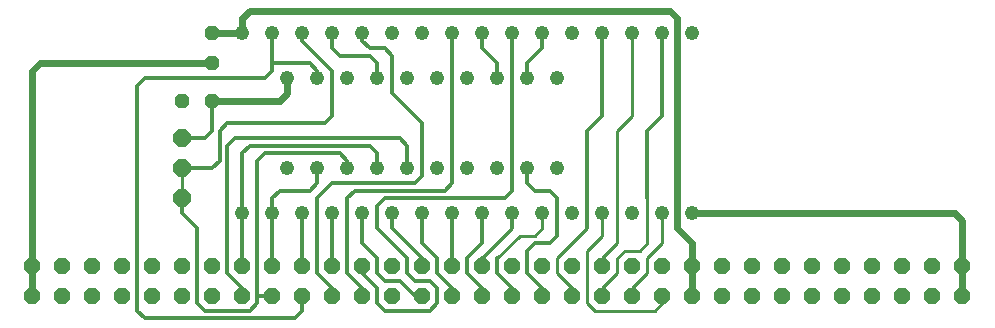
<source format=gbl>
G75*
%MOIN*%
%OFA0B0*%
%FSLAX24Y24*%
%IPPOS*%
%LPD*%
%AMOC8*
5,1,8,0,0,1.08239X$1,22.5*
%
%ADD10OC8,0.0540*%
%ADD11C,0.0480*%
%ADD12OC8,0.0480*%
%ADD13OC8,0.0600*%
%ADD14C,0.0240*%
%ADD15C,0.0120*%
%ADD16C,0.0100*%
D10*
X004290Y005150D03*
X005290Y005150D03*
X006290Y005150D03*
X007290Y005150D03*
X008290Y005150D03*
X009290Y005150D03*
X010290Y005150D03*
X011290Y005150D03*
X012290Y005150D03*
X013290Y005150D03*
X014290Y005150D03*
X015290Y005150D03*
X016290Y005150D03*
X017290Y005150D03*
X018290Y005150D03*
X019290Y005150D03*
X020290Y005150D03*
X021290Y005150D03*
X022290Y005150D03*
X023290Y005150D03*
X024290Y005150D03*
X025290Y005150D03*
X026290Y005150D03*
X027290Y005150D03*
X028290Y005150D03*
X029290Y005150D03*
X030290Y005150D03*
X031290Y005150D03*
X032290Y005150D03*
X033290Y005150D03*
X034290Y005150D03*
X035290Y005150D03*
X035290Y006150D03*
X034290Y006150D03*
X033290Y006150D03*
X032290Y006150D03*
X031290Y006150D03*
X030290Y006150D03*
X029290Y006150D03*
X028290Y006150D03*
X027290Y006150D03*
X026290Y006150D03*
X025290Y006150D03*
X024290Y006150D03*
X023290Y006150D03*
X022290Y006150D03*
X021290Y006150D03*
X020290Y006150D03*
X019290Y006150D03*
X018290Y006150D03*
X017290Y006150D03*
X016290Y006150D03*
X015290Y006150D03*
X014290Y006150D03*
X013290Y006150D03*
X012290Y006150D03*
X011290Y006150D03*
X010290Y006150D03*
X009290Y006150D03*
X008290Y006150D03*
X007290Y006150D03*
X006290Y006150D03*
X005290Y006150D03*
X004290Y006150D03*
D11*
X011290Y007900D03*
X012290Y007900D03*
X013290Y007900D03*
X014290Y007900D03*
X015290Y007900D03*
X016290Y007900D03*
X017290Y007900D03*
X018290Y007900D03*
X019290Y007900D03*
X020290Y007900D03*
X021290Y007900D03*
X022290Y007900D03*
X023290Y007900D03*
X024290Y007900D03*
X025290Y007900D03*
X026290Y007900D03*
X021790Y009400D03*
X020790Y009400D03*
X019790Y009400D03*
X018790Y009400D03*
X017790Y009400D03*
X016790Y009400D03*
X015790Y009400D03*
X014790Y009400D03*
X013790Y009400D03*
X012790Y009400D03*
X012790Y012400D03*
X013790Y012400D03*
X014790Y012400D03*
X015790Y012400D03*
X016790Y012400D03*
X017790Y012400D03*
X018790Y012400D03*
X019790Y012400D03*
X020790Y012400D03*
X021790Y012400D03*
X021290Y013900D03*
X020290Y013900D03*
X019290Y013900D03*
X018290Y013900D03*
X017290Y013900D03*
X016290Y013900D03*
X015290Y013900D03*
X014290Y013900D03*
X013290Y013900D03*
X012290Y013900D03*
X011290Y013900D03*
X022290Y013900D03*
X023290Y013900D03*
X024290Y013900D03*
X025290Y013900D03*
X026290Y013900D03*
D12*
X010290Y013900D03*
X010290Y012900D03*
X010290Y011650D03*
X009290Y011650D03*
D13*
X009290Y010400D03*
X009290Y009400D03*
X009290Y008400D03*
D14*
X004290Y006150D02*
X004290Y005150D01*
X004290Y006150D02*
X004290Y012650D01*
X004540Y012900D01*
X010290Y012900D01*
X010290Y013900D02*
X011290Y013900D01*
X011290Y014400D01*
X011540Y014650D01*
X025540Y014650D01*
X025790Y014400D01*
X025790Y007400D01*
X026290Y006900D01*
X026290Y006150D01*
X026290Y005150D01*
X026290Y007900D02*
X035040Y007900D01*
X035290Y007650D01*
X035290Y006150D01*
X035290Y005150D01*
X012790Y011900D02*
X012790Y012400D01*
X012790Y011900D02*
X012540Y011650D01*
X010290Y011650D01*
D15*
X007790Y004650D02*
X008040Y004400D01*
X013040Y004400D01*
X013290Y004650D01*
X013290Y005150D01*
X012290Y005150D02*
X011790Y005150D01*
X011790Y004900D01*
X011540Y004650D01*
X010040Y004650D01*
X009790Y004900D01*
X009790Y007400D01*
X009290Y007900D01*
X009290Y008400D01*
X011290Y007900D02*
X011290Y009900D01*
X011540Y010150D01*
X015540Y010150D01*
X015790Y009900D01*
X015790Y009400D01*
X014790Y009400D02*
X014790Y009650D01*
X014540Y009900D01*
X012040Y009900D01*
X011790Y009650D01*
X011790Y005150D01*
X011290Y005150D02*
X011290Y005400D01*
X010790Y005900D01*
X010790Y010150D01*
X011040Y010400D01*
X016540Y010400D01*
X016790Y010150D01*
X016790Y009400D01*
X017290Y009150D02*
X017290Y010900D01*
X016290Y011900D01*
X016290Y013150D01*
X016040Y013400D01*
X015540Y013400D01*
X015290Y013650D01*
X015290Y013900D01*
X014290Y013900D02*
X014290Y013400D01*
X014540Y013150D01*
X015540Y013150D01*
X015790Y012900D01*
X015790Y012400D01*
X014290Y012650D02*
X013290Y013650D01*
X013290Y013900D01*
X012290Y013900D02*
X012290Y012900D01*
X013540Y012900D01*
X013790Y012650D01*
X013790Y012400D01*
X014290Y012650D02*
X014290Y011150D01*
X014040Y010900D01*
X010790Y010900D01*
X010540Y010650D01*
X010540Y009650D01*
X010290Y009400D01*
X009290Y009400D01*
X009290Y010400D02*
X010040Y010400D01*
X010290Y010650D01*
X010290Y011650D01*
X012040Y012400D02*
X008040Y012400D01*
X007790Y012150D01*
X007790Y004650D01*
X011290Y006150D02*
X011290Y007900D01*
X012290Y007900D02*
X012290Y008400D01*
X012540Y008650D01*
X013540Y008650D01*
X013790Y008900D01*
X013790Y009400D01*
X014290Y008900D02*
X017040Y008900D01*
X017290Y009150D01*
X018040Y008650D02*
X018290Y008900D01*
X018290Y011900D01*
X018290Y012150D01*
X018290Y013900D01*
X019290Y013900D02*
X019290Y013400D01*
X019790Y012900D01*
X019790Y012400D01*
X020790Y012400D02*
X020790Y012900D01*
X021290Y013400D01*
X021290Y013900D01*
X020290Y013900D02*
X020290Y008650D01*
X020040Y008400D01*
X016040Y008400D01*
X015790Y008150D01*
X015790Y007400D01*
X016790Y006400D01*
X016790Y005900D01*
X017040Y005650D01*
X017540Y005650D01*
X017790Y005400D01*
X017790Y004900D01*
X017540Y004650D01*
X016040Y004650D01*
X015790Y004900D01*
X015790Y005400D01*
X015290Y005900D01*
X015290Y006150D01*
X014790Y005900D02*
X014790Y008400D01*
X015040Y008650D01*
X018040Y008650D01*
X018290Y007900D02*
X018290Y006150D01*
X017790Y005900D02*
X018290Y005400D01*
X018290Y005150D01*
X018790Y005900D02*
X019290Y005400D01*
X019290Y005150D01*
X019790Y005900D02*
X020290Y005400D01*
X020290Y005150D01*
X020790Y005900D02*
X021290Y005400D01*
X021290Y005150D01*
X022290Y005150D02*
X022290Y005400D01*
X020790Y005900D02*
X020790Y006650D01*
X021040Y006900D01*
X021540Y006900D01*
X021790Y007150D01*
X021790Y008400D01*
X021540Y008650D01*
X021040Y008650D01*
X020790Y008900D01*
X020790Y009400D01*
X022790Y010650D02*
X022790Y007400D01*
X020290Y007400D02*
X020290Y007900D01*
X019290Y007900D02*
X019290Y006900D01*
X018790Y006400D01*
X018790Y005900D01*
X019290Y006150D02*
X019290Y006400D01*
X019790Y006400D02*
X019790Y005900D01*
X017790Y005900D02*
X017790Y006400D01*
X017290Y006900D01*
X017290Y007900D01*
X016290Y007900D02*
X016290Y007400D01*
X017290Y006400D01*
X017290Y006150D01*
X016540Y005650D02*
X016040Y005650D01*
X015790Y005900D01*
X015790Y006400D01*
X015290Y006900D01*
X015290Y007900D01*
X014290Y007900D02*
X014290Y006150D01*
X013790Y005900D02*
X013790Y008400D01*
X014290Y008900D01*
X013290Y007900D02*
X013290Y006150D01*
X013790Y005900D02*
X014290Y005400D01*
X014290Y005150D01*
X014790Y005900D02*
X015290Y005400D01*
X015290Y005150D01*
X016540Y005650D02*
X017040Y005150D01*
X017290Y005150D01*
X012290Y006150D02*
X012290Y007900D01*
X022790Y010650D02*
X023290Y011150D01*
X023290Y013900D01*
X025290Y013900D02*
X025290Y011150D01*
X024790Y010650D01*
X024790Y008400D01*
X012290Y012650D02*
X012040Y012400D01*
X012290Y012650D02*
X012290Y012900D01*
D16*
X009290Y009400D02*
X009290Y008400D01*
X019290Y006400D02*
X020290Y007400D01*
X020540Y007150D02*
X021040Y007150D01*
X021290Y007400D01*
X021290Y007900D01*
X021790Y006400D02*
X022790Y007400D01*
X023290Y007150D02*
X022790Y006650D01*
X022790Y004900D01*
X023040Y004650D01*
X025040Y004650D01*
X025290Y004900D01*
X025290Y005150D01*
X024790Y005900D02*
X024290Y005400D01*
X024290Y005150D01*
X023790Y005900D02*
X023290Y005400D01*
X023290Y005150D01*
X022290Y005400D02*
X021790Y005900D01*
X021790Y006400D01*
X023290Y006400D02*
X023290Y006150D01*
X023290Y006400D02*
X023790Y006900D01*
X023790Y010650D01*
X024290Y011150D01*
X024290Y013900D01*
X024790Y008400D02*
X024790Y006900D01*
X024540Y006650D01*
X024040Y006650D01*
X023790Y006400D01*
X023790Y005900D01*
X024790Y005900D02*
X024790Y006400D01*
X025290Y006900D01*
X025290Y007900D01*
X023290Y007900D02*
X023290Y007150D01*
X020540Y007150D02*
X019790Y006400D01*
M02*

</source>
